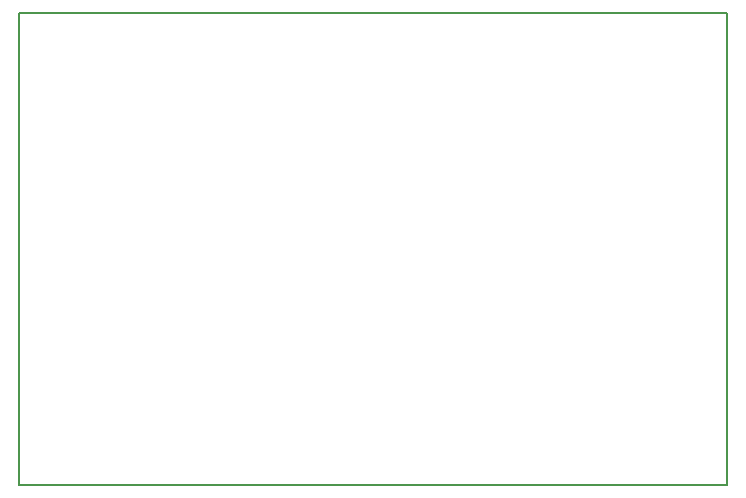
<source format=gm1>
G04 #@! TF.GenerationSoftware,KiCad,Pcbnew,5.0.2-bee76a0~70~ubuntu16.04.1*
G04 #@! TF.CreationDate,2019-02-21T16:48:33+05:30*
G04 #@! TF.ProjectId,senseBe_rev2,73656e73-6542-4655-9f72-6576322e6b69,rev?*
G04 #@! TF.SameCoordinates,Original*
G04 #@! TF.FileFunction,Profile,NP*
%FSLAX46Y46*%
G04 Gerber Fmt 4.6, Leading zero omitted, Abs format (unit mm)*
G04 Created by KiCad (PCBNEW 5.0.2-bee76a0~70~ubuntu16.04.1) date Thu Feb 21 16:48:33 2019*
%MOMM*%
%LPD*%
G01*
G04 APERTURE LIST*
%ADD10C,0.150000*%
G04 APERTURE END LIST*
D10*
X0Y0D02*
X0Y-40000000D01*
X60000000Y0D02*
X0Y0D01*
X60000000Y-40000000D02*
X60000000Y0D01*
X0Y-40000000D02*
X60000000Y-40000000D01*
M02*

</source>
